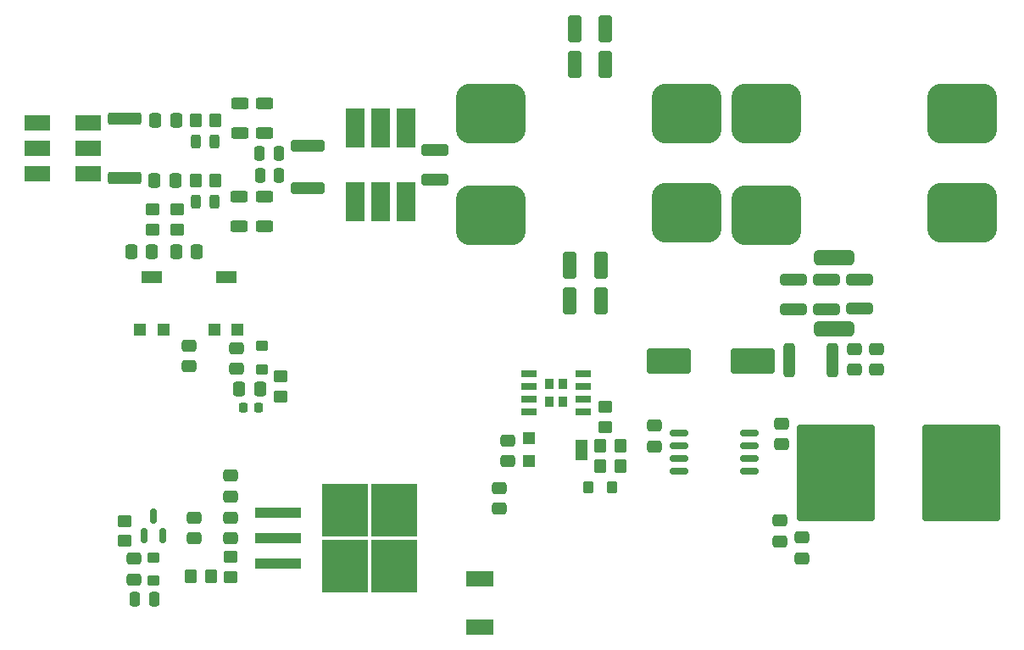
<source format=gbr>
%TF.GenerationSoftware,KiCad,Pcbnew,(6.0.1)*%
%TF.CreationDate,2022-01-26T11:25:13+01:00*%
%TF.ProjectId,MUNIN 100,4d554e49-4e20-4313-9030-2e6b69636164,0*%
%TF.SameCoordinates,Original*%
%TF.FileFunction,Paste,Top*%
%TF.FilePolarity,Positive*%
%FSLAX46Y46*%
G04 Gerber Fmt 4.6, Leading zero omitted, Abs format (unit mm)*
G04 Created by KiCad (PCBNEW (6.0.1)) date 2022-01-26 11:25:13*
%MOMM*%
%LPD*%
G01*
G04 APERTURE LIST*
G04 Aperture macros list*
%AMRoundRect*
0 Rectangle with rounded corners*
0 $1 Rounding radius*
0 $2 $3 $4 $5 $6 $7 $8 $9 X,Y pos of 4 corners*
0 Add a 4 corners polygon primitive as box body*
4,1,4,$2,$3,$4,$5,$6,$7,$8,$9,$2,$3,0*
0 Add four circle primitives for the rounded corners*
1,1,$1+$1,$2,$3*
1,1,$1+$1,$4,$5*
1,1,$1+$1,$6,$7*
1,1,$1+$1,$8,$9*
0 Add four rect primitives between the rounded corners*
20,1,$1+$1,$2,$3,$4,$5,0*
20,1,$1+$1,$4,$5,$6,$7,0*
20,1,$1+$1,$6,$7,$8,$9,0*
20,1,$1+$1,$8,$9,$2,$3,0*%
G04 Aperture macros list end*
%ADD10R,1.905000X4.000000*%
%ADD11RoundRect,0.250000X0.250000X0.475000X-0.250000X0.475000X-0.250000X-0.475000X0.250000X-0.475000X0*%
%ADD12RoundRect,0.250000X-0.450000X0.350000X-0.450000X-0.350000X0.450000X-0.350000X0.450000X0.350000X0*%
%ADD13R,1.500000X0.650000*%
%ADD14R,0.810000X1.080000*%
%ADD15RoundRect,0.250000X0.337500X0.475000X-0.337500X0.475000X-0.337500X-0.475000X0.337500X-0.475000X0*%
%ADD16RoundRect,0.250000X0.350000X-0.275000X0.350000X0.275000X-0.350000X0.275000X-0.350000X-0.275000X0*%
%ADD17RoundRect,0.250000X0.475000X-0.337500X0.475000X0.337500X-0.475000X0.337500X-0.475000X-0.337500X0*%
%ADD18RoundRect,0.250000X0.312500X1.450000X-0.312500X1.450000X-0.312500X-1.450000X0.312500X-1.450000X0*%
%ADD19RoundRect,0.250000X-0.412500X-1.100000X0.412500X-1.100000X0.412500X1.100000X-0.412500X1.100000X0*%
%ADD20RoundRect,0.250000X-0.475000X0.337500X-0.475000X-0.337500X0.475000X-0.337500X0.475000X0.337500X0*%
%ADD21RoundRect,0.250000X0.350000X0.450000X-0.350000X0.450000X-0.350000X-0.450000X0.350000X-0.450000X0*%
%ADD22RoundRect,0.150000X0.800000X0.150000X-0.800000X0.150000X-0.800000X-0.150000X0.800000X-0.150000X0*%
%ADD23RoundRect,0.250000X0.625000X-0.312500X0.625000X0.312500X-0.625000X0.312500X-0.625000X-0.312500X0*%
%ADD24RoundRect,0.250000X1.950000X1.000000X-1.950000X1.000000X-1.950000X-1.000000X1.950000X-1.000000X0*%
%ADD25R,2.540000X1.650000*%
%ADD26R,2.700000X1.500000*%
%ADD27RoundRect,0.250000X-1.100000X0.325000X-1.100000X-0.325000X1.100000X-0.325000X1.100000X0.325000X0*%
%ADD28RoundRect,0.243750X-0.243750X-0.456250X0.243750X-0.456250X0.243750X0.456250X-0.243750X0.456250X0*%
%ADD29RoundRect,0.249998X-3.650002X-4.550002X3.650002X-4.550002X3.650002X4.550002X-3.650002X4.550002X0*%
%ADD30RoundRect,0.250000X-1.075000X0.312500X-1.075000X-0.312500X1.075000X-0.312500X1.075000X0.312500X0*%
%ADD31RoundRect,0.250000X-1.450000X0.312500X-1.450000X-0.312500X1.450000X-0.312500X1.450000X0.312500X0*%
%ADD32RoundRect,0.250000X-0.250000X-0.475000X0.250000X-0.475000X0.250000X0.475000X-0.250000X0.475000X0*%
%ADD33RoundRect,0.250000X-0.625000X0.312500X-0.625000X-0.312500X0.625000X-0.312500X0.625000X0.312500X0*%
%ADD34RoundRect,0.250000X-0.337500X-0.475000X0.337500X-0.475000X0.337500X0.475000X-0.337500X0.475000X0*%
%ADD35R,1.300000X1.300000*%
%ADD36R,1.300000X2.000000*%
%ADD37R,2.000000X1.300000*%
%ADD38RoundRect,0.218750X0.218750X0.256250X-0.218750X0.256250X-0.218750X-0.256250X0.218750X-0.256250X0*%
%ADD39RoundRect,1.500000X-2.000000X-1.500000X2.000000X-1.500000X2.000000X1.500000X-2.000000X1.500000X0*%
%ADD40R,4.550000X5.250000*%
%ADD41R,4.600000X1.100000*%
%ADD42RoundRect,0.250000X-0.350000X-0.450000X0.350000X-0.450000X0.350000X0.450000X-0.350000X0.450000X0*%
%ADD43RoundRect,0.150000X0.150000X-0.587500X0.150000X0.587500X-0.150000X0.587500X-0.150000X-0.587500X0*%
%ADD44RoundRect,0.250000X-0.275000X-0.350000X0.275000X-0.350000X0.275000X0.350000X-0.275000X0.350000X0*%
%ADD45RoundRect,0.250000X0.450000X-0.350000X0.450000X0.350000X-0.450000X0.350000X-0.450000X-0.350000X0*%
%ADD46RoundRect,0.250000X-1.425000X0.362500X-1.425000X-0.362500X1.425000X-0.362500X1.425000X0.362500X0*%
%ADD47RoundRect,0.381000X-1.619000X-0.381000X1.619000X-0.381000X1.619000X0.381000X-1.619000X0.381000X0*%
%ADD48RoundRect,0.250000X-0.350000X0.275000X-0.350000X-0.275000X0.350000X-0.275000X0.350000X0.275000X0*%
G04 APERTURE END LIST*
D10*
%TO.C,Q3*%
X85140000Y-107532500D03*
X82600000Y-107532500D03*
X80060000Y-107532500D03*
%TD*%
%TO.C,Q2*%
X80060000Y-100167500D03*
X82600000Y-100167500D03*
X85140000Y-100167500D03*
%TD*%
D11*
%TO.C,C1*%
X59950000Y-147200000D03*
X58050000Y-147200000D03*
%TD*%
D12*
%TO.C,R1*%
X59766200Y-108296200D03*
X59766200Y-110296200D03*
%TD*%
D13*
%TO.C,U2*%
X102800000Y-128505000D03*
X102800000Y-127235000D03*
X102800000Y-125965000D03*
X102800000Y-124695000D03*
X97400000Y-124695000D03*
X97400000Y-125965000D03*
X97400000Y-127235000D03*
X97400000Y-128505000D03*
D14*
X99425000Y-125700000D03*
X100775000Y-125700000D03*
X100775000Y-127500000D03*
X99425000Y-127500000D03*
%TD*%
D15*
%TO.C,C8*%
X64207300Y-112522000D03*
X62132300Y-112522000D03*
%TD*%
D16*
%TO.C,L1*%
X59900000Y-145350000D03*
X59900000Y-143050000D03*
%TD*%
D17*
%TO.C,C12*%
X63900000Y-141137500D03*
X63900000Y-139062500D03*
%TD*%
D18*
%TO.C,L4*%
X127664300Y-123317000D03*
X123389300Y-123317000D03*
%TD*%
D19*
%TO.C,C14*%
X101485300Y-113817400D03*
X104610300Y-113817400D03*
%TD*%
D20*
%TO.C,C7*%
X68199000Y-122152500D03*
X68199000Y-124227500D03*
%TD*%
D17*
%TO.C,C26*%
X109900000Y-131937500D03*
X109900000Y-129862500D03*
%TD*%
D19*
%TO.C,C15*%
X101917100Y-90220800D03*
X105042100Y-90220800D03*
%TD*%
D17*
%TO.C,C24*%
X95310800Y-133437500D03*
X95310800Y-131362500D03*
%TD*%
D19*
%TO.C,C17*%
X101485300Y-117373400D03*
X104610300Y-117373400D03*
%TD*%
D17*
%TO.C,C19*%
X129870200Y-124278300D03*
X129870200Y-122203300D03*
%TD*%
D21*
%TO.C,R7*%
X65600000Y-144900000D03*
X63600000Y-144900000D03*
%TD*%
D12*
%TO.C,R4*%
X62255400Y-108296200D03*
X62255400Y-110296200D03*
%TD*%
D22*
%TO.C,IC1*%
X119374800Y-134467600D03*
X119374800Y-133197600D03*
X119374800Y-131927600D03*
X119374800Y-130657600D03*
X112374800Y-130657600D03*
X112374800Y-131927600D03*
X112374800Y-133197600D03*
X112374800Y-134467600D03*
%TD*%
D23*
%TO.C,R18*%
X70942200Y-109945900D03*
X70942200Y-107020900D03*
%TD*%
D24*
%TO.C,C25*%
X119754100Y-123418600D03*
X111354100Y-123418600D03*
%TD*%
D25*
%TO.C,TR1*%
X53340000Y-104673400D03*
X53340000Y-102133400D03*
X53340000Y-99593400D03*
X48260000Y-99593400D03*
X48260000Y-102133400D03*
X48260000Y-104673400D03*
%TD*%
D26*
%TO.C,D1*%
X92500000Y-145200000D03*
X92500000Y-150000000D03*
%TD*%
D27*
%TO.C,C11*%
X88000000Y-102325000D03*
X88000000Y-105275000D03*
%TD*%
D20*
%TO.C,C23*%
X124637800Y-141050100D03*
X124637800Y-143125100D03*
%TD*%
D28*
%TO.C,D3*%
X64086500Y-101498400D03*
X65961500Y-101498400D03*
%TD*%
D17*
%TO.C,C9*%
X67600000Y-136937500D03*
X67600000Y-134862500D03*
%TD*%
D29*
%TO.C,C21*%
X128029900Y-134620000D03*
X140529900Y-134620000D03*
%TD*%
D30*
%TO.C,R10*%
X123774200Y-115326700D03*
X123774200Y-118251700D03*
%TD*%
%TO.C,R12*%
X130378200Y-115275900D03*
X130378200Y-118200900D03*
%TD*%
D31*
%TO.C,L5*%
X75285600Y-101900900D03*
X75285600Y-106175900D03*
%TD*%
D32*
%TO.C,C27*%
X70551000Y-104902000D03*
X72451000Y-104902000D03*
%TD*%
D33*
%TO.C,R16*%
X70993000Y-97699100D03*
X70993000Y-100624100D03*
%TD*%
D34*
%TO.C,C5*%
X60049500Y-99390200D03*
X62124500Y-99390200D03*
%TD*%
D35*
%TO.C,RV3*%
X97400000Y-133450000D03*
D36*
X102600000Y-132300000D03*
D35*
X97400000Y-131150000D03*
%TD*%
%TO.C,RV1*%
X60865400Y-120278200D03*
D37*
X59715400Y-115078200D03*
D35*
X58565400Y-120278200D03*
%TD*%
D21*
%TO.C,R15*%
X106500000Y-133900000D03*
X104500000Y-133900000D03*
%TD*%
D20*
%TO.C,C3*%
X57900000Y-143162500D03*
X57900000Y-145237500D03*
%TD*%
D34*
%TO.C,C2*%
X57636500Y-112522000D03*
X59711500Y-112522000D03*
%TD*%
D38*
%TO.C,D2*%
X70408900Y-128041400D03*
X68833900Y-128041400D03*
%TD*%
D17*
%TO.C,C20*%
X122600000Y-131737500D03*
X122600000Y-129662500D03*
%TD*%
D28*
%TO.C,D4*%
X64137300Y-107518200D03*
X66012300Y-107518200D03*
%TD*%
D39*
%TO.C,TLT2*%
X121081800Y-98729800D03*
X140639800Y-98729800D03*
X140639800Y-108635800D03*
X121081800Y-108889800D03*
%TD*%
D19*
%TO.C,C16*%
X101917100Y-93751400D03*
X105042100Y-93751400D03*
%TD*%
D15*
%TO.C,C10*%
X70537500Y-126200000D03*
X68462500Y-126200000D03*
%TD*%
D33*
%TO.C,R17*%
X68554600Y-97699100D03*
X68554600Y-100624100D03*
%TD*%
D40*
%TO.C,U1*%
X83900000Y-143875000D03*
X79050000Y-143875000D03*
X79050000Y-138325000D03*
X83900000Y-138325000D03*
D41*
X72325000Y-138560000D03*
X72325000Y-141100000D03*
X72325000Y-143640000D03*
%TD*%
D42*
%TO.C,R6*%
X64074800Y-105410000D03*
X66074800Y-105410000D03*
%TD*%
D43*
%TO.C,Q1*%
X58950000Y-140837500D03*
X60850000Y-140837500D03*
X59900000Y-138962500D03*
%TD*%
D44*
%TO.C,L6*%
X103350000Y-136000000D03*
X105650000Y-136000000D03*
%TD*%
D12*
%TO.C,R14*%
X105000000Y-128000000D03*
X105000000Y-130000000D03*
%TD*%
D17*
%TO.C,C29*%
X94400000Y-138200000D03*
X94400000Y-136125000D03*
%TD*%
D12*
%TO.C,R9*%
X72600000Y-124984000D03*
X72600000Y-126984000D03*
%TD*%
D17*
%TO.C,C13*%
X67600000Y-141137500D03*
X67600000Y-139062500D03*
%TD*%
D20*
%TO.C,C22*%
X122428000Y-139348300D03*
X122428000Y-141423300D03*
%TD*%
D45*
%TO.C,R3*%
X57000000Y-141400000D03*
X57000000Y-139400000D03*
%TD*%
D42*
%TO.C,R13*%
X104500000Y-131900000D03*
X106500000Y-131900000D03*
%TD*%
D46*
%TO.C,R2*%
X56997600Y-99221700D03*
X56997600Y-105146700D03*
%TD*%
D34*
%TO.C,C6*%
X59998700Y-105410000D03*
X62073700Y-105410000D03*
%TD*%
D23*
%TO.C,R19*%
X68427600Y-109945900D03*
X68427600Y-107020900D03*
%TD*%
D17*
%TO.C,C18*%
X132130800Y-124278300D03*
X132130800Y-122203300D03*
%TD*%
D12*
%TO.C,R8*%
X67600000Y-143000000D03*
X67600000Y-145000000D03*
%TD*%
D47*
%TO.C,L3*%
X127889000Y-113131600D03*
X127889000Y-120243600D03*
%TD*%
D32*
%TO.C,C28*%
X70500200Y-102692200D03*
X72400200Y-102692200D03*
%TD*%
D35*
%TO.C,RV2*%
X68282200Y-120278200D03*
D37*
X67132200Y-115078200D03*
D35*
X65982200Y-120278200D03*
%TD*%
D42*
%TO.C,R5*%
X64074800Y-99339400D03*
X66074800Y-99339400D03*
%TD*%
D30*
%TO.C,R11*%
X127076200Y-115326700D03*
X127076200Y-118251700D03*
%TD*%
D20*
%TO.C,C4*%
X63449200Y-121898500D03*
X63449200Y-123973500D03*
%TD*%
D48*
%TO.C,L2*%
X70739000Y-121938400D03*
X70739000Y-124238400D03*
%TD*%
D39*
%TO.C,TLT1*%
X93548200Y-98729800D03*
X113106200Y-98729800D03*
X113106200Y-108635800D03*
X93548200Y-108889800D03*
%TD*%
M02*

</source>
